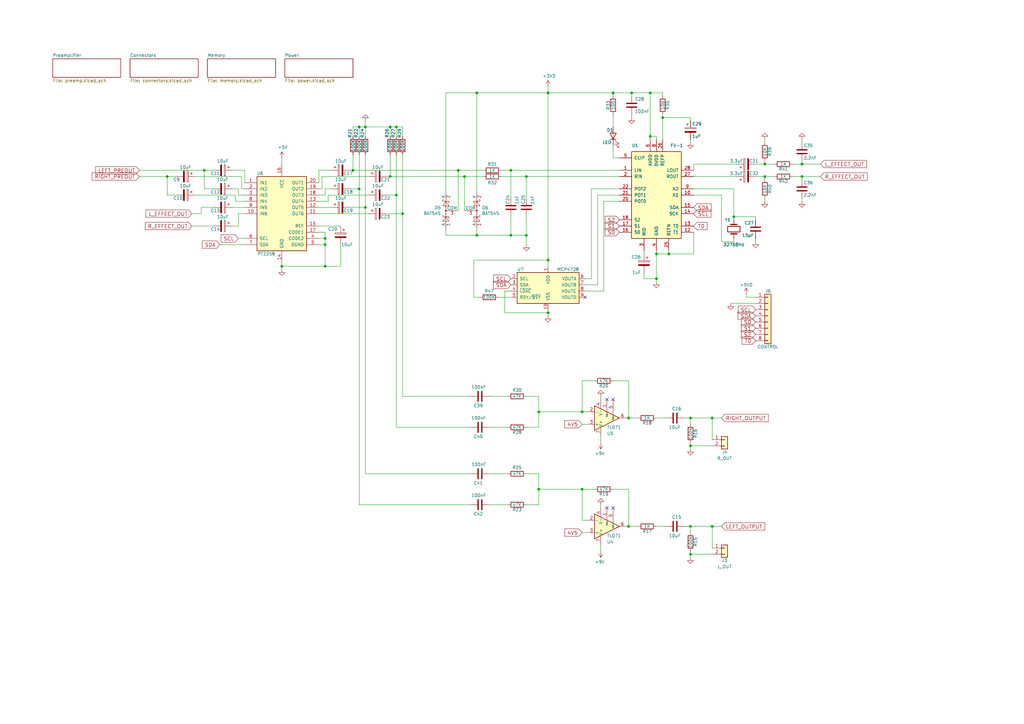
<source format=kicad_sch>
(kicad_sch (version 20250114) (generator "eeschema") (generator_version "9.0")
  (paper "A3")
  (lib_symbols
    (symbol "Amplifier_Operational:TL071" (pin_names (offset 0.127))
      (property "Reference" "U" (at 0 6.35 0))
      (property "Value" "TL071" (at 0 3.81 0))
      (symbol "TL071_1_1"
        (pin input line (at -7.62 2.54 0) (length 2.54) (name "+") (number "3"))
        (pin input line (at -7.62 -2.54 0) (length 2.54) (name "-") (number "2"))
        (pin power_in line (at -2.54 7.62 270) (length 3.81) (name "V+") (number "7"))
        (pin power_in line (at -2.54 -7.62 90) (length 3.81) (name "V-") (number "4"))
        (pin no_connect line (at 0 2.54 270) (length 2.54) (hide yes) (name "NC") (number "8"))
        (pin input line (at 0 -7.62 90) (length 5.08) (name "NULL") (number "1"))
        (pin input line (at 2.54 -7.62 90) (length 6.35) (name "NULL") (number "5"))
        (pin output line (at 7.62 0 180) (length 2.54) (name "~") (number "6"))
      )
    )
    (symbol "Analog_DAC:MCP4728" (pin_names (offset 1.016))
      (property "Reference" "U" (at -12.7 6.35 0))
      (property "Value" "MCP4728" (at 12.7 6.35 0))
      (symbol "MCP4728_1_1"
        (pin input line (at -15.24 2.54 0) (length 2.54) (name "SCL") (number "2"))
        (pin bidirectional line (at -15.24 0 0) (length 2.54) (name "SDA") (number "3"))
        (pin input line (at -15.24 -2.54 0) (length 2.54) (name "~{LDAC}") (number "4"))
        (pin output line (at -15.24 -5.08 0) (length 2.54) (name "RDY/~{BSY}") (number "5"))
        (pin power_in line (at 0 7.62 270) (length 2.54) (name "VDD") (number "1"))
        (pin power_in line (at 0 -10.16 90) (length 2.54) (name "VSS") (number "10"))
        (pin output line (at 15.24 2.54 180) (length 2.54) (name "VOUTA") (number "6"))
        (pin output line (at 15.24 0 180) (length 2.54) (name "VOUTB") (number "7"))
        (pin output line (at 15.24 -2.54 180) (length 2.54) (name "VOUTC") (number "8"))
        (pin output line (at 15.24 -5.08 180) (length 2.54) (name "VOUTD") (number "9"))
      )
    )
    (symbol "Audio:FV-1" (pin_names (offset 1.016))
      (property "Reference" "U" (at -8.89 19.05 0))
      (property "Value" "FV-1" (at 7.62 19.05 0))
      (symbol "FV-1_1_1"
        (pin power_out line (at -15.24 15.24 0) (length 5.08) (name "CLIP") (number "5"))
        (pin input line (at -15.24 10.16 0) (length 5.08) (name "LIN") (number "1"))
        (pin input line (at -15.24 7.62 0) (length 5.08) (name "RIN") (number "2"))
        (pin input line (at -15.24 2.54 0) (length 5.08) (name "POT2") (number "22"))
        (pin input line (at -15.24 0 0) (length 5.08) (name "POT1") (number "21"))
        (pin input line (at -15.24 -2.54 0) (length 5.08) (name "POT0") (number "20"))
        (pin input line (at -15.24 -10.16 0) (length 5.08) (name "S2") (number "18"))
        (pin input line (at -15.24 -12.7 0) (length 5.08) (name "S1") (number "17"))
        (pin input line (at -15.24 -15.24 0) (length 5.08) (name "S0") (number "16"))
        (pin power_out line (at -5.08 -22.86 90) (length 5.08) (name "MID") (number "3"))
        (pin power_in line (at -2.54 22.86 270) (length 5.08) (name "AVDD") (number "6"))
        (pin passive line (at 0 22.86 270) (length 5.08) (hide yes) (name "DVDD") (number "23"))
        (pin power_in line (at 0 22.86 270) (length 5.08) (name "DVDD") (number "8"))
        (pin passive line (at 0 -22.86 90) (length 5.08) (hide yes) (name "GND") (number "11"))
        (pin passive line (at 0 -22.86 90) (length 5.08) (hide yes) (name "GND") (number "19"))
        (pin passive line (at 0 -22.86 90) (length 5.08) (hide yes) (name "GND") (number "24"))
        (pin power_in line (at 0 -22.86 90) (length 5.08) (name "GND") (number "4"))
        (pin passive line (at 0 -22.86 90) (length 5.08) (hide yes) (name "GND") (number "7"))
        (pin input line (at 2.54 22.86 270) (length 5.08) (name "REFP") (number "26"))
        (pin input line (at 5.08 -22.86 90) (length 5.08) (name "REFN") (number "25"))
        (pin output line (at 15.24 10.16 180) (length 5.08) (name "LOUT") (number "28"))
        (pin output line (at 15.24 7.62 180) (length 5.08) (name "ROUT") (number "27"))
        (pin input line (at 15.24 2.54 180) (length 5.08) (name "X2") (number "9"))
        (pin input line (at 15.24 0 180) (length 5.08) (name "X1") (number "10"))
        (pin bidirectional line (at 15.24 -5.08 180) (length 5.08) (name "SDA") (number "15"))
        (pin bidirectional line (at 15.24 -7.62 180) (length 5.08) (name "SCK") (number "14"))
        (pin input line (at 15.24 -12.7 180) (length 5.08) (name "T0") (number "13"))
        (pin input line (at 15.24 -15.24 180) (length 5.08) (name "T1") (number "12"))
      )
    )
    (symbol "Connector_Generic:Conn_01x02" (pin_names (offset 1.016) (hide yes))
      (property "Reference" "J" (at 0 2.54 0))
      (property "Value" "Conn_01x02" (at 0 -5.08 0))
      (symbol "Conn_01x02_1_1"
        (pin passive line (at -5.08 0 0) (length 3.81) (name "Pin_1") (number "1"))
        (pin passive line (at -5.08 -2.54 0) (length 3.81) (name "Pin_2") (number "2"))
      )
    )
    (symbol "Connector_Generic:Conn_01x08" (pin_names (offset 1.016) (hide yes))
      (property "Reference" "J" (at 0 10.16 0))
      (property "Value" "Conn_01x08" (at 0 -12.7 0))
      (symbol "Conn_01x08_1_1"
        (pin passive line (at -5.08 7.62 0) (length 3.81) (name "Pin_1") (number "1"))
        (pin passive line (at -5.08 5.08 0) (length 3.81) (name "Pin_2") (number "2"))
        (pin passive line (at -5.08 2.54 0) (length 3.81) (name "Pin_3") (number "3"))
        (pin passive line (at -5.08 0 0) (length 3.81) (name "Pin_4") (number "4"))
        (pin passive line (at -5.08 -2.54 0) (length 3.81) (name "Pin_5") (number "5"))
        (pin passive line (at -5.08 -5.08 0) (length 3.81) (name "Pin_6") (number "6"))
        (pin passive line (at -5.08 -7.62 0) (length 3.81) (name "Pin_7") (number "7"))
        (pin passive line (at -5.08 -10.16 0) (length 3.81) (name "Pin_8") (number "8"))
      )
    )
    (symbol "Device:C" (pin_numbers (hide yes)) (pin_names (offset 0.254))
      (property "Reference" "C" (at 0.635 2.54 0))
      (property "Value" "C" (at 0.635 -2.54 0))
      (symbol "C_1_1"
        (pin passive line (at 0 3.81 270) (length 2.794) (name "~") (number "1"))
        (pin passive line (at 0 -3.81 90) (length 2.794) (name "~") (number "2"))
      )
    )
    (symbol "Device:C_Polarized" (pin_numbers (hide yes)) (pin_names (offset 0.254))
      (property "Reference" "C" (at 0.635 2.54 0))
      (property "Value" "C_Polarized" (at 0.635 -2.54 0))
      (symbol "C_Polarized_1_1"
        (pin passive line (at 0 3.81 270) (length 2.794) (name "~") (number "1"))
        (pin passive line (at 0 -3.81 90) (length 2.794) (name "~") (number "2"))
      )
    )
    (symbol "Device:Crystal" (pin_numbers (hide yes)) (pin_names (offset 1.016) (hide yes))
      (property "Reference" "Y" (at 0 3.81 0))
      (property "Value" "Crystal" (at 0 -3.81 0))
      (symbol "Crystal_1_1"
        (pin passive line (at -3.81 0 0) (length 1.27) (name "1") (number "1"))
        (pin passive line (at 3.81 0 180) (length 1.27) (name "2") (number "2"))
      )
    )
    (symbol "Device:LED" (pin_numbers (hide yes)) (pin_names (offset 1.016) (hide yes))
      (property "Reference" "D" (at 0 2.54 0))
      (property "Value" "LED" (at 0 -2.54 0))
      (symbol "LED_1_1"
        (pin passive line (at -3.81 0 0) (length 2.54) (name "K") (number "1"))
        (pin passive line (at 3.81 0 180) (length 2.54) (name "A") (number "2"))
      )
    )
    (symbol "Device:R" (pin_numbers (hide yes)) (pin_names (offset 0))
      (property "Reference" "R" (at 2.032 0 90))
      (property "Value" "R" (at 0 0 90))
      (symbol "R_1_1"
        (pin passive line (at 0 3.81 270) (length 1.27) (name "~") (number "1"))
        (pin passive line (at 0 -3.81 90) (length 1.27) (name "~") (number "2"))
      )
    )
    (symbol "Diode:BAT54S" (pin_names (offset 0))
      (property "Reference" "D" (at 2.54 -5.08 0))
      (property "Value" "BAT54S" (at -6.35 3.175 0))
      (symbol "BAT54S_1_1"
        (pin passive line (at -7.62 0 0) (length 3.81) (name "A") (number "1"))
        (pin passive line (at 0 -5.08 90) (length 5.08) (name "COM") (number "3"))
        (pin passive line (at 7.62 0 180) (length 3.81) (name "K") (number "2"))
      )
    )
    (symbol "power:+3V3" (power) (pin_names (offset 0))
      (property "Value" "+3V3" (at 0 3.556 0))
      (symbol "+3V3_1_1"
        (pin power_in line (at 0 0 90) (length 0) (hide yes) (name "+3V3") (number "1"))
      )
    )
    (symbol "power:+5V" (power) (pin_names (offset 0))
      (property "Value" "+5V" (at 0 3.556 0))
      (symbol "+5V_1_1"
        (pin power_in line (at 0 0 90) (length 0) (hide yes) (name "+5V") (number "1"))
      )
    )
    (symbol "power:+5VD" (power) (pin_names (offset 0))
      (property "Value" "+5VD" (at 0 3.556 0))
      (symbol "+5VD_1_1"
        (pin power_in line (at 0 0 90) (length 0) (hide yes) (name "+5VD") (number "1"))
      )
    )
    (symbol "power:+9V" (power) (pin_names (offset 0))
      (property "Value" "+9V" (at 0 3.556 0))
      (symbol "+9V_1_1"
        (pin power_in line (at 0 0 90) (length 0) (hide yes) (name "+9V") (number "1"))
      )
    )
    (symbol "power:GND" (power) (pin_names (offset 0))
      (property "Value" "GND" (at 0 -3.81 0))
      (symbol "GND_1_1"
        (pin power_in line (at 0 0 270) (length 0) (hide yes) (name "GND") (number "1"))
      )
    )
    (symbol "pt:PT2258" (pin_names (offset 1.016))
      (property "Reference" "IC" (at -8.89 20.32 0))
      (property "Value" "pt_PT2258" (at -6.35 -12.7 0))
      (property "Footprint" "SOP-20" (at 0 3.81 0))
      (symbol "PT2258_0_0"
        (pin power_in line (at 0 24.13 270) (length 5.08) (name "VCC") (number "16"))
        (pin power_in line (at 0 -16.51 90) (length 5.08) (name "GND") (number "14"))
      )
      (symbol "PT2258_1_1"
        (pin input line (at -15.24 16.51 0) (length 5.08) (name "IN1") (number "1"))
        (pin input line (at -15.24 13.97 0) (length 5.08) (name "IN2") (number "2"))
        (pin input line (at -15.24 11.43 0) (length 5.08) (name "IN3") (number "3"))
        (pin input line (at -15.24 8.89 0) (length 5.08) (name "IN4") (number "8"))
        (pin input line (at -15.24 6.35 0) (length 5.08) (name "IN5") (number "9"))
        (pin input line (at -15.24 3.81 0) (length 5.08) (name "IN6") (number "10"))
        (pin bidirectional line (at -15.24 -6.35 0) (length 5.08) (name "SCL") (number "6"))
        (pin bidirectional line (at -15.24 -8.89 0) (length 5.08) (name "SDA") (number "7"))
        (pin input line (at 15.24 16.51 180) (length 5.08) (name "OUT1") (number "20"))
        (pin input line (at 15.24 13.97 180) (length 5.08) (name "OUT2") (number "19"))
        (pin input line (at 15.24 11.43 180) (length 5.08) (name "OUT3") (number "18"))
        (pin input line (at 15.24 8.89 180) (length 5.08) (name "OUT4") (number "13"))
        (pin input line (at 15.24 6.35 180) (length 5.08) (name "OUT5") (number "12"))
        (pin input line (at 15.24 3.81 180) (length 5.08) (name "OUT6") (number "11"))
        (pin input line (at 15.24 -1.27 180) (length 5.08) (name "REF") (number "15"))
        (pin input line (at 15.24 -3.81 180) (length 5.08) (name "CODE1") (number "17"))
        (pin input line (at 15.24 -6.35 180) (length 5.08) (name "CODE2") (number "4"))
        (pin input line (at 15.24 -8.89 180) (length 5.08) (name "DGND") (number "5"))
      )
    )
  )
  (junction (at 313.69 67.31))
  (junction (at 160.02 72.39))
  (junction (at 269.24 114.3))
  (junction (at 165.1 87.63))
  (junction (at 144.78 69.85))
  (junction (at 68.58 72.39))
  (junction (at 328.93 72.39))
  (junction (at 209.55 69.85))
  (junction (at 149.86 52.07))
  (junction (at 133.35 109.22))
  (junction (at 266.7 55.88))
  (junction (at 160.02 52.07))
  (junction (at 149.86 85.09))
  (junction (at 283.21 182.88))
  (junction (at 162.56 80.01))
  (junction (at 115.57 109.22))
  (junction (at 215.9 96.52))
  (junction (at 300.99 88.9))
  (junction (at 224.79 38.1))
  (junction (at 328.93 67.31))
  (junction (at 257.81 171.45))
  (junction (at 269.24 104.14))
  (junction (at 292.1 171.45))
  (junction (at 257.81 215.9))
  (junction (at 292.1 215.9))
  (junction (at 251.46 38.1))
  (junction (at 195.58 96.52))
  (junction (at 266.7 38.1))
  (junction (at 271.78 48.26))
  (junction (at 220.98 200.66))
  (junction (at 209.55 96.52))
  (junction (at 283.21 215.9))
  (junction (at 83.82 69.85))
  (junction (at 238.76 200.66))
  (junction (at 195.58 38.1))
  (junction (at 313.69 72.39))
  (junction (at 133.35 100.33))
  (junction (at 162.56 52.07))
  (junction (at 187.96 69.85))
  (junction (at 220.98 168.91))
  (junction (at 215.9 72.39))
  (junction (at 147.32 77.47))
  (junction (at 274.32 104.14))
  (junction (at 224.79 128.27))
  (junction (at 259.08 38.1))
  (junction (at 224.79 106.68))
  (junction (at 283.21 227.33))
  (junction (at 133.35 97.79))
  (junction (at 238.76 168.91))
  (junction (at 190.5 72.39))
  (junction (at 147.32 52.07))
  (junction (at 283.21 171.45))
  (no_connect (at 240.03 121.92))
  (no_connect (at 248.92 208.28))
  (no_connect (at 251.46 163.83))
  (no_connect (at 248.92 163.83))
  (no_connect (at 251.46 208.28))
  (wire (pts (xy 328.93 67.31) (xy 328.93 66.04)))
  (wire (pts (xy 266.7 38.1) (xy 266.7 55.88)))
  (wire (pts (xy 80.01 72.39) (xy 99.06 72.39)))
  (wire (pts (xy 115.57 64.77) (xy 115.57 67.31)))
  (wire (pts (xy 132.08 77.47) (xy 130.81 77.47)))
  (wire (pts (xy 96.52 82.55) (xy 100.33 82.55)))
  (wire (pts (xy 284.48 67.31) (xy 284.48 69.85)))
  (wire (pts (xy 195.58 93.98) (xy 195.58 96.52)))
  (wire (pts (xy 200.66 175.26) (xy 208.28 175.26)))
  (wire (pts (xy 149.86 85.09) (xy 149.86 194.31)))
  (wire (pts (xy 283.21 171.45) (xy 283.21 173.99)))
  (wire (pts (xy 245.11 80.01) (xy 245.11 116.84)))
  (wire (pts (xy 313.69 57.15) (xy 313.69 58.42)))
  (wire (pts (xy 133.35 95.25) (xy 133.35 97.79)))
  (wire (pts (xy 257.81 156.21) (xy 257.81 171.45)))
  (wire (pts (xy 313.69 67.31) (xy 317.5 67.31)))
  (wire (pts (xy 243.84 156.21) (xy 238.76 156.21)))
  (wire (pts (xy 130.81 100.33) (xy 133.35 100.33)))
  (wire (pts (xy 266.7 38.1) (xy 271.78 38.1)))
  (wire (pts (xy 95.25 69.85) (xy 100.33 69.85)))
  (wire (pts (xy 238.76 200.66) (xy 220.98 200.66)))
  (wire (pts (xy 313.69 73.66) (xy 313.69 72.39)))
  (wire (pts (xy 264.16 102.87) (xy 264.16 104.14)))
  (wire (pts (xy 83.82 77.47) (xy 83.82 69.85)))
  (wire (pts (xy 269.24 102.87) (xy 269.24 104.14)))
  (wire (pts (xy 96.52 80.01) (xy 96.52 82.55)))
  (wire (pts (xy 269.24 104.14) (xy 269.24 114.3)))
  (wire (pts (xy 139.7 109.22) (xy 139.7 100.33)))
  (wire (pts (xy 292.1 171.45) (xy 283.21 171.45)))
  (wire (pts (xy 97.79 77.47) (xy 97.79 80.01)))
  (wire (pts (xy 261.62 171.45) (xy 257.81 171.45)))
  (wire (pts (xy 162.56 63.5) (xy 162.56 80.01)))
  (wire (pts (xy 264.16 114.3) (xy 264.16 111.76)))
  (wire (pts (xy 302.26 72.39) (xy 284.48 72.39)))
  (wire (pts (xy 195.58 96.52) (xy 209.55 96.52)))
  (wire (pts (xy 165.1 87.63) (xy 158.75 87.63)))
  (wire (pts (xy 309.88 72.39) (xy 313.69 72.39)))
  (wire (pts (xy 215.9 72.39) (xy 215.9 81.28)))
  (wire (pts (xy 130.81 69.85) (xy 130.81 74.93)))
  (wire (pts (xy 190.5 72.39) (xy 198.12 72.39)))
  (wire (pts (xy 269.24 104.14) (xy 274.32 104.14)))
  (wire (pts (xy 283.21 215.9) (xy 283.21 218.44)))
  (wire (pts (xy 284.48 104.14) (xy 274.32 104.14)))
  (wire (pts (xy 68.58 80.01) (xy 72.39 80.01)))
  (wire (pts (xy 200.66 207.01) (xy 208.28 207.01)))
  (wire (pts (xy 283.21 227.33) (xy 283.21 228.6)))
  (wire (pts (xy 325.12 72.39) (xy 328.93 72.39)))
  (wire (pts (xy 284.48 77.47) (xy 300.99 77.47)))
  (wire (pts (xy 328.93 67.31) (xy 336.55 67.31)))
  (wire (pts (xy 220.98 168.91) (xy 220.98 175.26)))
  (wire (pts (xy 95.25 92.71) (xy 97.79 92.71)))
  (wire (pts (xy 238.76 168.91) (xy 220.98 168.91)))
  (wire (pts (xy 241.3 218.44) (xy 238.76 218.44)))
  (wire (pts (xy 240.03 114.3) (xy 242.57 114.3)))
  (wire (pts (xy 224.79 38.1) (xy 251.46 38.1)))
  (wire (pts (xy 257.81 156.21) (xy 251.46 156.21)))
  (wire (pts (xy 254 82.55) (xy 247.65 82.55)))
  (wire (pts (xy 130.81 97.79) (xy 133.35 97.79)))
  (wire (pts (xy 283.21 182.88) (xy 283.21 184.15)))
  (wire (pts (xy 259.08 38.1) (xy 259.08 39.37)))
  (wire (pts (xy 215.9 162.56) (xy 220.98 162.56)))
  (wire (pts (xy 283.21 49.53) (xy 283.21 48.26)))
  (wire (pts (xy 187.96 86.36) (xy 187.96 69.85)))
  (wire (pts (xy 95.25 77.47) (xy 97.79 77.47)))
  (wire (pts (xy 133.35 100.33) (xy 133.35 109.22)))
  (wire (pts (xy 309.88 67.31) (xy 313.69 67.31)))
  (wire (pts (xy 147.32 207.01) (xy 193.04 207.01)))
  (wire (pts (xy 224.79 38.1) (xy 195.58 38.1)))
  (wire (pts (xy 300.99 77.47) (xy 300.99 88.9)))
  (wire (pts (xy 284.48 95.25) (xy 284.48 104.14)))
  (wire (pts (xy 165.1 52.07) (xy 165.1 55.88)))
  (wire (pts (xy 204.47 121.92) (xy 209.55 121.92)))
  (wire (pts (xy 149.86 85.09) (xy 143.51 85.09)))
  (wire (pts (xy 160.02 63.5) (xy 160.02 72.39)))
  (wire (pts (xy 147.32 63.5) (xy 147.32 77.47)))
  (wire (pts (xy 162.56 52.07) (xy 162.56 55.88)))
  (wire (pts (xy 162.56 52.07) (xy 165.1 52.07)))
  (wire (pts (xy 224.79 106.68) (xy 224.79 109.22)))
  (wire (pts (xy 284.48 80.01) (xy 295.91 80.01)))
  (wire (pts (xy 300.99 90.17) (xy 300.99 88.9)))
  (wire (pts (xy 271.78 39.37) (xy 271.78 38.1)))
  (wire (pts (xy 269.24 114.3) (xy 269.24 115.57)))
  (wire (pts (xy 134.62 80.01) (xy 134.62 82.55)))
  (wire (pts (xy 144.78 52.07) (xy 147.32 52.07)))
  (wire (pts (xy 160.02 52.07) (xy 160.02 55.88)))
  (wire (pts (xy 242.57 114.3) (xy 242.57 77.47)))
  (wire (pts (xy 300.99 99.06) (xy 300.99 97.79)))
  (wire (pts (xy 82.55 87.63) (xy 82.55 85.09)))
  (wire (pts (xy 328.93 72.39) (xy 328.93 73.66)))
  (wire (pts (xy 328.93 81.28) (xy 328.93 82.55)))
  (wire (pts (xy 292.1 182.88) (xy 283.21 182.88)))
  (wire (pts (xy 182.88 38.1) (xy 195.58 38.1)))
  (wire (pts (xy 295.91 80.01) (xy 295.91 99.06)))
  (wire (pts (xy 57.15 69.85) (xy 83.82 69.85)))
  (wire (pts (xy 261.62 215.9) (xy 257.81 215.9)))
  (wire (pts (xy 215.9 96.52) (xy 215.9 100.33)))
  (wire (pts (xy 269.24 171.45) (xy 273.05 171.45)))
  (wire (pts (xy 283.21 215.9) (xy 280.67 215.9)))
  (wire (pts (xy 283.21 48.26) (xy 271.78 48.26)))
  (wire (pts (xy 309.88 90.17) (xy 309.88 88.9)))
  (wire (pts (xy 257.81 200.66) (xy 257.81 215.9)))
  (wire (pts (xy 135.89 85.09) (xy 130.81 85.09)))
  (wire (pts (xy 241.3 168.91) (xy 238.76 168.91)))
  (wire (pts (xy 160.02 72.39) (xy 190.5 72.39)))
  (wire (pts (xy 292.1 215.9) (xy 283.21 215.9)))
  (wire (pts (xy 68.58 72.39) (xy 72.39 72.39)))
  (wire (pts (xy 240.03 116.84) (xy 245.11 116.84)))
  (wire (pts (xy 115.57 107.95) (xy 115.57 109.22)))
  (wire (pts (xy 220.98 162.56) (xy 220.98 168.91)))
  (wire (pts (xy 133.35 80.01) (xy 130.81 80.01)))
  (wire (pts (xy 215.9 194.31) (xy 220.98 194.31)))
  (wire (pts (xy 313.69 72.39) (xy 317.5 72.39)))
  (wire (pts (xy 130.81 92.71) (xy 139.7 92.71)))
  (wire (pts (xy 220.98 200.66) (xy 220.98 207.01)))
  (wire (pts (xy 162.56 80.01) (xy 158.75 80.01)))
  (wire (pts (xy 209.55 81.28) (xy 209.55 69.85)))
  (wire (pts (xy 284.48 67.31) (xy 302.26 67.31)))
  (wire (pts (xy 162.56 175.26) (xy 193.04 175.26)))
  (wire (pts (xy 149.86 52.07) (xy 160.02 52.07)))
  (wire (pts (xy 83.82 69.85) (xy 87.63 69.85)))
  (wire (pts (xy 246.38 162.56) (xy 246.38 163.83)))
  (wire (pts (xy 209.55 88.9) (xy 209.55 96.52)))
  (wire (pts (xy 257.81 171.45) (xy 256.54 171.45)))
  (wire (pts (xy 207.01 128.27) (xy 224.79 128.27)))
  (wire (pts (xy 133.35 109.22) (xy 139.7 109.22)))
  (wire (pts (xy 135.89 69.85) (xy 130.81 69.85)))
  (wire (pts (xy 200.66 194.31) (xy 208.28 194.31)))
  (wire (pts (xy 292.1 227.33) (xy 283.21 227.33)))
  (wire (pts (xy 295.91 99.06) (xy 300.99 99.06)))
  (wire (pts (xy 247.65 82.55) (xy 247.65 119.38)))
  (wire (pts (xy 147.32 77.47) (xy 143.51 77.47)))
  (wire (pts (xy 194.31 106.68) (xy 224.79 106.68)))
  (wire (pts (xy 259.08 46.99) (xy 259.08 48.26)))
  (wire (pts (xy 194.31 121.92) (xy 194.31 106.68)))
  (wire (pts (xy 205.74 69.85) (xy 209.55 69.85)))
  (wire (pts (xy 82.55 85.09) (xy 87.63 85.09)))
  (wire (pts (xy 246.38 207.01) (xy 246.38 208.28)))
  (wire (pts (xy 215.9 72.39) (xy 254 72.39)))
  (wire (pts (xy 57.15 72.39) (xy 68.58 72.39)))
  (wire (pts (xy 274.32 102.87) (xy 274.32 104.14)))
  (wire (pts (xy 190.5 86.36) (xy 190.5 72.39)))
  (wire (pts (xy 271.78 48.26) (xy 271.78 57.15)))
  (wire (pts (xy 83.82 77.47) (xy 87.63 77.47)))
  (wire (pts (xy 99.06 77.47) (xy 100.33 77.47)))
  (wire (pts (xy 220.98 207.01) (xy 215.9 207.01)))
  (wire (pts (xy 269.24 114.3) (xy 264.16 114.3)))
  (wire (pts (xy 207.01 119.38) (xy 207.01 128.27)))
  (wire (pts (xy 78.74 92.71) (xy 87.63 92.71)))
  (wire (pts (xy 313.69 66.04) (xy 313.69 67.31)))
  (wire (pts (xy 78.74 87.63) (xy 82.55 87.63)))
  (wire (pts (xy 313.69 81.28) (xy 313.69 82.55)))
  (wire (pts (xy 328.93 72.39) (xy 336.55 72.39)))
  (wire (pts (xy 295.91 171.45) (xy 292.1 171.45)))
  (wire (pts (xy 196.85 121.92) (xy 194.31 121.92)))
  (wire (pts (xy 325.12 67.31) (xy 328.93 67.31)))
  (wire (pts (xy 309.88 88.9) (xy 300.99 88.9)))
  (wire (pts (xy 115.57 109.22) (xy 115.57 110.49)))
  (wire (pts (xy 144.78 69.85) (xy 187.96 69.85)))
  (wire (pts (xy 220.98 194.31) (xy 220.98 200.66)))
  (wire (pts (xy 266.7 55.88) (xy 269.24 55.88)))
  (wire (pts (xy 135.89 77.47) (xy 133.35 77.47)))
  (wire (pts (xy 251.46 38.1) (xy 259.08 38.1)))
  (wire (pts (xy 242.57 77.47) (xy 254 77.47)))
  (wire (pts (xy 143.51 69.85) (xy 144.78 69.85)))
  (wire (pts (xy 224.79 128.27) (xy 224.79 129.54)))
  (wire (pts (xy 251.46 59.69) (xy 251.46 64.77)))
  (wire (pts (xy 259.08 38.1) (xy 266.7 38.1)))
  (wire (pts (xy 251.46 46.99) (xy 251.46 52.07)))
  (wire (pts (xy 95.25 85.09) (xy 100.33 85.09)))
  (wire (pts (xy 97.79 80.01) (xy 100.33 80.01)))
  (wire (pts (xy 224.79 128.27) (xy 224.79 127)))
  (wire (pts (xy 200.66 162.56) (xy 208.28 162.56)))
  (wire (pts (xy 292.1 224.79) (xy 292.1 215.9)))
  (wire (pts (xy 151.13 87.63) (xy 130.81 87.63)))
  (wire (pts (xy 133.35 77.47) (xy 133.35 80.01)))
  (wire (pts (xy 205.74 72.39) (xy 215.9 72.39)))
  (wire (pts (xy 251.46 39.37) (xy 251.46 38.1)))
  (wire (pts (xy 165.1 162.56) (xy 193.04 162.56)))
  (wire (pts (xy 209.55 69.85) (xy 254 69.85)))
  (wire (pts (xy 115.57 109.22) (xy 133.35 109.22)))
  (wire (pts (xy 238.76 213.36) (xy 238.76 200.66)))
  (wire (pts (xy 99.06 72.39) (xy 99.06 77.47)))
  (wire (pts (xy 241.3 213.36) (xy 238.76 213.36)))
  (wire (pts (xy 292.1 180.34) (xy 292.1 171.45)))
  (wire (pts (xy 238.76 168.91) (xy 238.76 156.21)))
  (wire (pts (xy 328.93 57.15) (xy 328.93 58.42)))
  (wire (pts (xy 165.1 63.5) (xy 165.1 87.63)))
  (wire (pts (xy 243.84 200.66) (xy 238.76 200.66)))
  (wire (pts (xy 182.88 96.52) (xy 195.58 96.52)))
  (wire (pts (xy 266.7 57.15) (xy 266.7 55.88)))
  (wire (pts (xy 220.98 175.26) (xy 215.9 175.26)))
  (wire (pts (xy 269.24 55.88) (xy 269.24 57.15)))
  (wire (pts (xy 133.35 97.79) (xy 133.35 100.33)))
  (wire (pts (xy 269.24 215.9) (xy 273.05 215.9)))
  (wire (pts (xy 309.88 97.79) (xy 309.88 99.06)))
  (wire (pts (xy 149.86 52.07) (xy 149.86 55.88)))
  (wire (pts (xy 224.79 35.56) (xy 224.79 38.1)))
  (wire (pts (xy 151.13 80.01) (xy 134.62 80.01)))
  (wire (pts (xy 209.55 119.38) (xy 207.01 119.38)))
  (wire (pts (xy 254 80.01) (xy 245.11 80.01)))
  (wire (pts (xy 144.78 55.88) (xy 144.78 52.07)))
  (wire (pts (xy 144.78 63.5) (xy 144.78 69.85)))
  (wire (pts (xy 97.79 97.79) (xy 100.33 97.79)))
  (wire (pts (xy 80.01 80.01) (xy 96.52 80.01)))
  (wire (pts (xy 182.88 78.74) (xy 182.88 38.1)))
  (wire (pts (xy 158.75 72.39) (xy 160.02 72.39)))
  (wire (pts (xy 147.32 55.88) (xy 147.32 52.07)))
  (wire (pts (xy 295.91 215.9) (xy 292.1 215.9)))
  (wire (pts (xy 187.96 69.85) (xy 198.12 69.85)))
  (wire (pts (xy 257.81 200.66) (xy 251.46 200.66)))
  (wire (pts (xy 149.86 194.31) (xy 193.04 194.31)))
  (wire (pts (xy 306.07 121.92) (xy 306.07 120.65)))
  (wire (pts (xy 68.58 80.01) (xy 68.58 72.39)))
  (wire (pts (xy 149.86 63.5) (xy 149.86 85.09)))
  (wire (pts (xy 224.79 106.68) (xy 224.79 38.1)))
  (wire (pts (xy 160.02 52.07) (xy 162.56 52.07)))
  (wire (pts (xy 147.32 77.47) (xy 147.32 207.01)))
  (wire (pts (xy 246.38 223.52) (xy 246.38 226.06)))
  (wire (pts (xy 257.81 215.9) (xy 256.54 215.9)))
  (wire (pts (xy 241.3 173.99) (xy 238.76 173.99)))
  (wire (pts (xy 283.21 181.61) (xy 283.21 182.88)))
  (wire (pts (xy 149.86 52.07) (xy 149.86 49.53)))
  (wire (pts (xy 182.88 93.98) (xy 182.88 96.52)))
  (wire (pts (xy 195.58 38.1) (xy 195.58 78.74)))
  (wire (pts (xy 162.56 80.01) (xy 162.56 175.26)))
  (wire (pts (xy 283.21 57.15) (xy 283.21 58.42)))
  (wire (pts (xy 240.03 119.38) (xy 247.65 119.38)))
  (wire (pts (xy 151.13 72.39) (xy 132.08 72.39)))
  (wire (pts (xy 209.55 96.52) (xy 215.9 96.52)))
  (wire (pts (xy 271.78 46.99) (xy 271.78 48.26)))
  (wire (pts (xy 97.79 87.63) (xy 100.33 87.63)))
  (wire (pts (xy 283.21 226.06) (xy 283.21 227.33)))
  (wire (pts (xy 134.62 82.55) (xy 130.81 82.55)))
  (wire (pts (xy 215.9 88.9) (xy 215.9 96.52)))
  (wire (pts (xy 165.1 87.63) (xy 165.1 162.56)))
  (wire (pts (xy 132.08 72.39) (xy 132.08 77.47)))
  (wire (pts (xy 283.21 171.45) (xy 280.67 171.45)))
  (wire (pts (xy 90.17 100.33) (xy 100.33 100.33)))
  (wire (pts (xy 251.46 64.77) (xy 254 64.77)))
  (wire (pts (xy 147.32 52.07) (xy 149.86 52.07)))
  (wire (pts (xy 246.38 179.07) (xy 246.38 181.61)))
  (wire (pts (xy 130.81 95.25) (xy 133.35 95.25)))
  (wire (pts (xy 100.33 69.85) (xy 100.33 74.93)))
  (wire (pts (xy 309.88 121.92) (xy 306.07 121.92)))
  (wire (pts (xy 299.72 124.46) (xy 309.88 124.46)))
  (wire (pts (xy 97.79 92.71) (xy 97.79 87.63)))
  (global_label "SCL" (shape input) (at 209.55 114.3 180) (effects (font (size 1.524 1.524))) (property "Intersheetrefs" "${INTERSHEET_REFS}" (effects (hide yes))) (property "Referencias entre hojas" "${INTERSHEET_REFS}" (effects (hide yes))))
  (global_label "SCL" (shape input) (at 97.79 97.79 180) (effects (font (size 1.524 1.524))) (property "Intersheetrefs" "${INTERSHEET_REFS}" (effects (hide yes))) (property "Referencias entre hojas" "${INTERSHEET_REFS}" (effects (hide yes))))
  (global_label "S2" (shape input) (at 254 90.17 180) (effects (font (size 1.524 1.524))) (property "Intersheetrefs" "${INTERSHEET_REFS}" (effects (hide yes))) (property "Referencias entre hojas" "${INTERSHEET_REFS}" (effects (hide yes))))
  (global_label "RIGHT_OUTPUT" (shape input) (at 295.91 171.45 0) (effects (font (size 1.524 1.524))) (property "Intersheetrefs" "${INTERSHEET_REFS}" (effects (hide yes))) (property "Referencias entre hojas" "${INTERSHEET_REFS}" (effects (hide yes))))
  (global_label "SCL" (shape input) (at 309.88 127 180) (effects (font (size 1.524 1.524))) (property "Intersheetrefs" "${INTERSHEET_REFS}" (effects (hide yes))) (property "Referencias entre hojas" "${INTERSHEET_REFS}" (effects (hide yes))))
  (global_label "LEFT_OUTPUT" (shape input) (at 295.91 215.9 0) (effects (font (size 1.524 1.524))) (property "Intersheetrefs" "${INTERSHEET_REFS}" (effects (hide yes))) (property "Referencias entre hojas" "${INTERSHEET_REFS}" (effects (hide yes))))
  (global_label "L_EFFECT_OUT" (shape input) (at 336.55 67.31 0) (effects (font (size 1.524 1.524))) (property "Intersheetrefs" "${INTERSHEET_REFS}" (effects (hide yes))) (property "Referencias entre hojas" "${INTERSHEET_REFS}" (effects (hide yes))))
  (global_label "S0" (shape input) (at 309.88 132.08 180) (effects (font (size 1.524 1.524))) (property "Intersheetrefs" "${INTERSHEET_REFS}" (effects (hide yes))) (property "Referencias entre hojas" "${INTERSHEET_REFS}" (effects (hide yes))))
  (global_label "RIGHT_PREOUT" (shape input) (at 57.15 72.39 180) (effects (font (size 1.524 1.524))) (property "Intersheetrefs" "${INTERSHEET_REFS}" (effects (hide yes))) (property "Referencias entre hojas" "${INTERSHEET_REFS}" (effects (hide yes))))
  (global_label "S0" (shape input) (at 254 95.25 180) (effects (font (size 1.524 1.524))) (property "Intersheetrefs" "${INTERSHEET_REFS}" (effects (hide yes))) (property "Referencias entre hojas" "${INTERSHEET_REFS}" (effects (hide yes))))
  (global_label "4V5" (shape input) (at 238.76 173.99 180) (effects (font (size 1.524 1.524))) (property "Intersheetrefs" "${INTERSHEET_REFS}" (effects (hide yes))) (property "Referencias entre hojas" "${INTERSHEET_REFS}" (effects (hide yes))))
  (global_label "T0" (shape input) (at 309.88 139.7 180) (effects (font (size 1.524 1.524))) (property "Intersheetrefs" "${INTERSHEET_REFS}" (effects (hide yes))) (property "Referencias entre hojas" "${INTERSHEET_REFS}" (effects (hide yes))))
  (global_label "SDA" (shape input) (at 284.48 85.09 0) (effects (font (size 1.524 1.524))) (property "Intersheetrefs" "${INTERSHEET_REFS}" (effects (hide yes))) (property "Referencias entre hojas" "${INTERSHEET_REFS}" (effects (hide yes))))
  (global_label "R_EFFECT_OUT" (shape input) (at 78.74 92.71 180) (effects (font (size 1.524 1.524))) (property "Intersheetrefs" "${INTERSHEET_REFS}" (effects (hide yes))) (property "Referencias entre hojas" "${INTERSHEET_REFS}" (effects (hide yes))))
  (global_label "SDA" (shape input) (at 309.88 129.54 180) (effects (font (size 1.524 1.524))) (property "Intersheetrefs" "${INTERSHEET_REFS}" (effects (hide yes))) (property "Referencias entre hojas" "${INTERSHEET_REFS}" (effects (hide yes))))
  (global_label "T0" (shape input) (at 284.48 92.71 0) (effects (font (size 1.524 1.524))) (property "Intersheetrefs" "${INTERSHEET_REFS}" (effects (hide yes))) (property "Referencias entre hojas" "${INTERSHEET_REFS}" (effects (hide yes))))
  (global_label "S1" (shape input) (at 309.88 134.62 180) (effects (font (size 1.524 1.524))) (property "Intersheetrefs" "${INTERSHEET_REFS}" (effects (hide yes))) (property "Referencias entre hojas" "${INTERSHEET_REFS}" (effects (hide yes))))
  (global_label "4V5" (shape input) (at 238.76 218.44 180) (effects (font (size 1.524 1.524))) (property "Intersheetrefs" "${INTERSHEET_REFS}" (effects (hide yes))) (property "Referencias entre hojas" "${INTERSHEET_REFS}" (effects (hide yes))))
  (global_label "SDA" (shape input) (at 209.55 116.84 180) (effects (font (size 1.524 1.524))) (property "Intersheetrefs" "${INTERSHEET_REFS}" (effects (hide yes))) (property "Referencias entre hojas" "${INTERSHEET_REFS}" (effects (hide yes))))
  (global_label "SDA" (shape input) (at 90.17 100.33 180) (effects (font (size 1.524 1.524))) (property "Intersheetrefs" "${INTERSHEET_REFS}" (effects (hide yes))) (property "Referencias entre hojas" "${INTERSHEET_REFS}" (effects (hide yes))))
  (global_label "SCL" (shape input) (at 284.48 87.63 0) (effects (font (size 1.524 1.524))) (property "Intersheetrefs" "${INTERSHEET_REFS}" (effects (hide yes))) (property "Referencias entre hojas" "${INTERSHEET_REFS}" (effects (hide yes))))
  (global_label "L_EFFECT_OUT" (shape input) (at 78.74 87.63 180) (effects (font (size 1.524 1.524))) (property "Intersheetrefs" "${INTERSHEET_REFS}" (effects (hide yes))) (property "Referencias entre hojas" "${INTERSHEET_REFS}" (effects (hide yes))))
  (global_label "S2" (shape input) (at 309.88 137.16 180) (effects (font (size 1.524 1.524))) (property "Intersheetrefs" "${INTERSHEET_REFS}" (effects (hide yes))) (property "Referencias entre hojas" "${INTERSHEET_REFS}" (effects (hide yes))))
  (global_label "R_EFFECT_OUT" (shape input) (at 336.55 72.39 0) (effects (font (size 1.524 1.524))) (property "Intersheetrefs" "${INTERSHEET_REFS}" (effects (hide yes))) (property "Referencias entre hojas" "${INTERSHEET_REFS}" (effects (hide yes))))
  (global_label "S1" (shape input) (at 254 92.71 180) (effects (font (size 1.524 1.524))) (property "Intersheetrefs" "${INTERSHEET_REFS}" (effects (hide yes))) (property "Referencias entre hojas" "${INTERSHEET_REFS}" (effects (hide yes))))
  (global_label "LEFT_PREOUT" (shape input) (at 57.15 69.85 180) (effects (font (size 1.524 1.524))) (property "Intersheetrefs" "${INTERSHEET_REFS}" (effects (hide yes))) (property "Referencias entre hojas" "${INTERSHEET_REFS}" (effects (hide yes))))
  (symbol (lib_id "Device:C") (at 209.55 85.09 0) (unit 1)
    (property "Reference" "C24" (at 208.28 83.82 90) (effects (justify left)))
    (property "Value" "1nF" (at 212.09 83.82 90) (effects (justify left)))
    (property "Footprint" "Capacitor_SMD:C_0805_2012Metric" (effects (hide yes)))
  )
  (symbol (lib_id "Device:C_Polarized") (at 264.16 107.95 0) (mirror y) (unit 1)
    (property "Reference" "C26" (at 262.89 105.41 0) (effects (justify left)))
    (property "Value" "1uF" (at 262.89 111.76 0) (effects (justify left)))
    (property "Footprint" "Capacitor_SMD:C_0805_2012Metric" (effects (hide yes)))
  )
  (symbol (lib_id "Device:C") (at 215.9 85.09 0) (unit 1)
    (property "Reference" "C25" (at 214.63 83.82 90) (effects (justify left)))
    (property "Value" "1nF" (at 218.44 83.82 90) (effects (justify left)))
    (property "Footprint" "Capacitor_SMD:C_0805_2012Metric" (effects (hide yes)))
  )
  (symbol (lib_id "power:GND") (at 215.9 100.33 0) (unit 1)
    (property "Reference" "#PWR028" (effects (hide yes)))
    (property "Value" "GND" (effects (hide yes)))
  )
  (symbol (lib_id "Device:Crystal") (at 300.99 93.98 90) (mirror x) (unit 1)
    (property "Reference" "Y1" (at 298.45 90.17 90))
    (property "Value" "32768Hz" (at 300.99 100.33 90))
    (property "Footprint" "Crystal:Crystal_SMD_3215-2Pin_3.2x1.5mm" (effects (hide yes)))
  )
  (symbol (lib_id "Device:R") (at 251.46 43.18 180) (unit 1)
    (property "Reference" "R33" (at 249.428 43.18 90))
    (property "Value" "100" (at 251.46 43.18 90))
    (property "Footprint" "Resistor_SMD:R_0805_2012Metric" (effects (hide yes)))
  )
  (symbol (lib_id "Device:C") (at 309.88 93.98 0) (mirror y) (unit 1)
    (property "Reference" "C27" (at 309.245 91.44 0) (effects (justify left)))
    (property "Value" "15pF" (at 309.245 96.52 0) (effects (justify left)))
    (property "Footprint" "Capacitor_SMD:C_0805_2012Metric" (effects (hide yes)))
  )
  (symbol (lib_id "power:GND") (at 309.88 99.06 0) (mirror y) (unit 1)
    (property "Reference" "#PWR029" (effects (hide yes)))
    (property "Value" "GND" (effects (hide yes)))
  )
  (symbol (lib_id "Device:C") (at 259.08 43.18 180) (unit 1)
    (property "Reference" "C28" (at 260.35 40.64 0) (effects (justify right)))
    (property "Value" "100nF" (at 260.35 45.72 0) (effects (justify right)))
    (property "Footprint" "Capacitor_SMD:C_0805_2012Metric" (effects (hide yes)))
  )
  (symbol (lib_id "Device:R") (at 313.69 62.23 0) (unit 1)
    (property "Reference" "R39" (at 315.722 62.23 90))
    (property "Value" "10K" (at 313.69 62.23 90))
    (property "Footprint" "Resistor_SMD:R_0805_2012Metric" (effects (hide yes)))
  )
  (symbol (lib_id "Device:R") (at 313.69 77.47 0) (unit 1)
    (property "Reference" "R40" (at 315.722 77.47 90))
    (property "Value" "10K" (at 313.69 77.47 90))
    (property "Footprint" "Resistor_SMD:R_0805_2012Metric" (effects (hide yes)))
  )
  (symbol (lib_id "Device:R") (at 321.31 67.31 270) (unit 1)
    (property "Reference" "R41" (at 321.31 69.342 90))
    (property "Value" "1K" (at 321.31 67.31 90))
    (property "Footprint" "Resistor_SMD:R_0805_2012Metric" (effects (hide yes)))
  )
  (symbol (lib_id "Device:R") (at 321.31 72.39 270) (unit 1)
    (property "Reference" "R42" (at 321.31 74.422 90))
    (property "Value" "1K" (at 321.31 72.39 90))
    (property "Footprint" "Resistor_SMD:R_0805_2012Metric" (effects (hide yes)))
  )
  (symbol (lib_id "Device:C_Polarized") (at 306.07 67.31 90) (unit 1)
    (property "Reference" "C31" (at 311.15 66.04 90) (effects (justify left)))
    (property "Value" "3.3uF" (at 304.8 66.04 90) (effects (justify left)))
    (property "Footprint" "Capacitor_SMD:C_0805_2012Metric" (effects (hide yes)))
  )
  (symbol (lib_id "Device:C_Polarized") (at 306.07 72.39 90) (unit 1)
    (property "Reference" "C32" (at 311.15 71.12 90) (effects (justify left)))
    (property "Value" "3.3uF" (at 304.8 71.12 90) (effects (justify left)))
    (property "Footprint" "Capacitor_SMD:C_0805_2012Metric" (effects (hide yes)))
  )
  (symbol (lib_id "Device:C") (at 328.93 62.23 0) (unit 1)
    (property "Reference" "C35" (at 329.565 59.69 0) (effects (justify left)))
    (property "Value" "2.2nF" (at 329.565 64.77 0) (effects (justify left)))
    (property "Footprint" "Capacitor_SMD:C_0805_2012Metric" (effects (hide yes)))
  )
  (symbol (lib_id "Device:C") (at 328.93 77.47 0) (unit 1)
    (property "Reference" "C36" (at 329.565 74.93 0) (effects (justify left)))
    (property "Value" "2.2nF" (at 329.565 80.01 0) (effects (justify left)))
    (property "Footprint" "Capacitor_SMD:C_0805_2012Metric" (effects (hide yes)))
  )
  (symbol (lib_id "power:GND") (at 313.69 82.55 0) (unit 1)
    (property "Reference" "#PWR038" (effects (hide yes)))
    (property "Value" "GND" (effects (hide yes)))
  )
  (symbol (lib_id "power:GND") (at 328.93 82.55 0) (unit 1)
    (property "Reference" "#PWR040" (effects (hide yes)))
    (property "Value" "GND" (effects (hide yes)))
  )
  (symbol (lib_id "Device:C_Polarized") (at 283.21 53.34 0) (unit 1)
    (property "Reference" "C29" (at 283.845 50.8 0) (effects (justify left)))
    (property "Value" "1uF" (at 283.845 55.88 0) (effects (justify left)))
    (property "Footprint" "Capacitor_SMD:C_0805_2012Metric" (effects (hide yes)))
  )
  (symbol (lib_id "Device:R") (at 271.78 43.18 0) (unit 1)
    (property "Reference" "R35" (at 273.812 43.18 90))
    (property "Value" "100" (at 271.78 43.18 90))
    (property "Footprint" "Resistor_SMD:R_0805_2012Metric" (effects (hide yes)))
  )
  (symbol (lib_id "Device:R") (at 201.93 69.85 270) (unit 1)
    (property "Reference" "R31" (at 201.93 67.31 90))
    (property "Value" "1K" (at 201.93 69.85 90))
    (property "Footprint" "Resistor_SMD:R_0805_2012Metric" (effects (hide yes)))
  )
  (symbol (lib_id "Device:R") (at 201.93 72.39 270) (unit 1)
    (property "Reference" "R32" (at 201.93 74.93 90))
    (property "Value" "1K" (at 201.93 72.39 90))
    (property "Footprint" "Resistor_SMD:R_0805_2012Metric" (effects (hide yes)))
  )
  (symbol (lib_id "Amplifier_Operational:TL071") (at 248.92 215.9 0) (mirror x) (unit 1)
    (property "Reference" "U4" (at 248.92 222.25 0) (effects (justify left)))
    (property "Value" "TL071" (at 248.92 219.71 0) (effects (justify left)))
    (property "Footprint" "Package_SO:SOIC-8_3.9x4.9mm_P1.27mm" (effects (hide yes)))
  )
  (symbol (lib_id "Device:R") (at 283.21 222.25 0) (unit 1)
    (property "Reference" "R15" (at 285.242 222.25 90))
    (property "Value" "100K" (at 283.21 222.25 90))
    (property "Footprint" "Resistor_SMD:R_0805_2012Metric" (effects (hide yes)))
  )
  (symbol (lib_id "Device:R") (at 265.43 215.9 270) (unit 1)
    (property "Reference" "R17" (at 265.43 217.932 90))
    (property "Value" "1K" (at 265.43 215.9 90))
    (property "Footprint" "Resistor_SMD:R_0805_2012Metric" (effects (hide yes)))
  )
  (symbol (lib_id "power:GND") (at 283.21 228.6 0) (unit 1)
    (property "Reference" "#PWR015" (effects (hide yes)))
    (property "Value" "GND" (effects (hide yes)))
  )
  (symbol (lib_id "power:GND") (at 246.38 207.01 0) (mirror x) (unit 1)
    (property "Reference" "#PWR020" (effects (hide yes)))
    (property "Value" "GND" (effects (hide yes)))
  )
  (symbol (lib_id "Device:C") (at 276.86 215.9 270) (unit 1)
    (property "Reference" "C15" (at 275.59 212.09 90) (effects (justify left)))
    (property "Value" "10uF" (at 274.32 219.71 90) (effects (justify left)))
    (property "Footprint" "Capacitor_SMD:C_0805_2012Metric" (effects (hide yes)))
  )
  (symbol (lib_id "pt:PT2258") (at 115.57 91.44 0) (unit 1)
    (property "Reference" "U6" (at 106.68 71.12 0))
    (property "Value" "PT2258" (at 109.22 104.14 0))
    (property "Footprint" "Package_SO:SO-20_12.8x7.5mm_P1.27mm" (effects (hide yes)))
  )
  (symbol (lib_id "Device:C_Polarized") (at 91.44 69.85 270) (unit 1)
    (property "Reference" "C11" (at 86.36 71.12 90) (effects (justify left)))
    (property "Value" "10uF" (at 88.9 66.04 90) (effects (justify left)))
    (property "Footprint" "Capacitor_SMD:C_0805_2012Metric" (effects (hide yes)))
  )
  (symbol (lib_id "Device:C_Polarized") (at 76.2 72.39 270) (unit 1)
    (property "Reference" "C9" (at 71.12 73.66 90) (effects (justify left)))
    (property "Value" "10uF" (at 73.66 68.58 90) (effects (justify left)))
    (property "Footprint" "Capacitor_SMD:C_0805_2012Metric" (effects (hide yes)))
  )
  (symbol (lib_id "Device:C_Polarized") (at 91.44 77.47 270) (unit 1)
    (property "Reference" "C12" (at 86.36 78.74 90) (effects (justify left)))
    (property "Value" "10uF" (at 88.9 73.66 90) (effects (justify left)))
    (property "Footprint" "Capacitor_SMD:C_0805_2012Metric" (effects (hide yes)))
  )
  (symbol (lib_id "Device:C_Polarized") (at 76.2 80.01 270) (unit 1)
    (property "Reference" "C10" (at 71.12 81.28 90) (effects (justify left)))
    (property "Value" "10uF" (at 73.66 76.2 90) (effects (justify left)))
    (property "Footprint" "Capacitor_SMD:C_0805_2012Metric" (effects (hide yes)))
  )
  (symbol (lib_id "Device:C_Polarized") (at 91.44 85.09 270) (unit 1)
    (property "Reference" "C13" (at 86.36 86.36 90) (effects (justify left)))
    (property "Value" "10uF" (at 88.9 81.28 90) (effects (justify left)))
    (property "Footprint" "Capacitor_SMD:C_0805_2012Metric" (effects (hide yes)))
  )
  (symbol (lib_id "Device:C_Polarized") (at 91.44 92.71 270) (unit 1)
    (property "Reference" "C14" (at 86.36 93.98 90) (effects (justify left)))
    (property "Value" "10uF" (at 88.9 88.9 90) (effects (justify left)))
    (property "Footprint" "Capacitor_SMD:C_0805_2012Metric" (effects (hide yes)))
  )
  (symbol (lib_id "Device:C_Polarized") (at 139.7 69.85 90) (mirror x) (unit 1)
    (property "Reference" "C17" (at 144.78 71.12 90) (effects (justify left)))
    (property "Value" "10uF" (at 142.24 66.04 90) (effects (justify left)))
    (property "Footprint" "Capacitor_SMD:C_0805_2012Metric" (effects (hide yes)))
  )
  (symbol (lib_id "Device:C_Polarized") (at 154.94 72.39 90) (mirror x) (unit 1)
    (property "Reference" "C21" (at 160.02 73.66 90) (effects (justify left)))
    (property "Value" "10uF" (at 157.48 68.58 90) (effects (justify left)))
    (property "Footprint" "Capacitor_SMD:C_0805_2012Metric" (effects (hide yes)))
  )
  (symbol (lib_id "Device:C_Polarized") (at 139.7 77.47 90) (mirror x) (unit 1)
    (property "Reference" "C18" (at 144.78 78.74 90) (effects (justify left)))
    (property "Value" "10uF" (at 142.24 73.66 90) (effects (justify left)))
    (property "Footprint" "Capacitor_SMD:C_0805_2012Metric" (effects (hide yes)))
  )
  (symbol (lib_id "Device:C_Polarized") (at 154.94 80.01 90) (mirror x) (unit 1)
    (property "Reference" "C22" (at 160.02 81.28 90) (effects (justify left)))
    (property "Value" "10uF" (at 157.48 76.2 90) (effects (justify left)))
    (property "Footprint" "Capacitor_SMD:C_0805_2012Metric" (effects (hide yes)))
  )
  (symbol (lib_id "Device:C_Polarized") (at 139.7 85.09 90) (mirror x) (unit 1)
    (property "Reference" "C19" (at 144.78 86.36 90) (effects (justify left)))
    (property "Value" "10uF" (at 142.24 81.28 90) (effects (justify left)))
    (property "Footprint" "Capacitor_SMD:C_0805_2012Metric" (effects (hide yes)))
  )
  (symbol (lib_id "Device:C_Polarized") (at 154.94 87.63 90) (mirror x) (unit 1)
    (property "Reference" "C23" (at 160.02 88.9 90) (effects (justify left)))
    (property "Value" "10uF" (at 157.48 83.82 90) (effects (justify left)))
    (property "Footprint" "Capacitor_SMD:C_0805_2012Metric" (effects (hide yes)))
  )
  (symbol (lib_id "power:GND") (at 313.69 57.15 0) (mirror x) (unit 1)
    (property "Reference" "#PWR037" (effects (hide yes)))
    (property "Value" "GND" (effects (hide yes)))
  )
  (symbol (lib_id "power:GND") (at 328.93 57.15 0) (mirror x) (unit 1)
    (property "Reference" "#PWR039" (effects (hide yes)))
    (property "Value" "GND" (effects (hide yes)))
  )
  (symbol (lib_id "power:GND") (at 115.57 110.49 0) (unit 1)
    (property "Reference" "#PWR018" (effects (hide yes)))
    (property "Value" "GND" (effects (hide yes)))
  )
  (symbol (lib_id "Device:R") (at 165.1 59.69 0) (unit 1)
    (property "Reference" "R29" (at 163.83 54.61 90))
    (property "Value" "100K" (at 165.1 59.69 90))
    (property "Footprint" "Resistor_SMD:R_0805_2012Metric" (effects (hide yes)))
  )
  (symbol (lib_id "Device:R") (at 162.56 59.69 0) (unit 1)
    (property "Reference" "R27" (at 161.29 54.61 90))
    (property "Value" "100K" (at 162.56 59.69 90))
    (property "Footprint" "Resistor_SMD:R_0805_2012Metric" (effects (hide yes)))
  )
  (symbol (lib_id "Device:R") (at 160.02 59.69 0) (unit 1)
    (property "Reference" "R26" (at 158.75 54.61 90))
    (property "Value" "100K" (at 160.02 59.69 90))
    (property "Footprint" "Resistor_SMD:R_0805_2012Metric" (effects (hide yes)))
  )
  (symbol (lib_id "Device:R") (at 149.86 59.69 0) (unit 1)
    (property "Reference" "R24" (at 148.59 54.61 90))
    (property "Value" "100K" (at 149.86 59.69 90))
    (property "Footprint" "Resistor_SMD:R_0805_2012Metric" (effects (hide yes)))
  )
  (symbol (lib_id "Device:R") (at 147.32 59.69 0) (unit 1)
    (property "Reference" "R22" (at 146.05 54.61 90))
    (property "Value" "100K" (at 147.32 59.69 90))
    (property "Footprint" "Resistor_SMD:R_0805_2012Metric" (effects (hide yes)))
  )
  (symbol (lib_id "Device:R") (at 144.78 59.69 0) (unit 1)
    (property "Reference" "R21" (at 143.51 54.61 90))
    (property "Value" "100K" (at 144.78 59.69 90))
    (property "Footprint" "Resistor_SMD:R_0805_2012Metric" (effects (hide yes)))
  )
  (symbol (lib_id "Device:R") (at 247.65 200.66 270) (unit 1)
    (property "Reference" "R19" (at 247.65 202.692 90))
    (property "Value" "47K" (at 247.65 200.66 90))
    (property "Footprint" "Resistor_SMD:R_0805_2012Metric" (effects (hide yes)))
  )
  (symbol (lib_id "Device:R") (at 212.09 207.01 90) (mirror x) (unit 1)
    (property "Reference" "R23" (at 212.09 209.042 90))
    (property "Value" "47K" (at 212.09 207.01 90))
    (property "Footprint" "Resistor_SMD:R_0805_2012Metric" (effects (hide yes)))
  )
  (symbol (lib_id "Device:R") (at 212.09 194.31 90) (mirror x) (unit 1)
    (property "Reference" "R25" (at 212.09 191.77 90))
    (property "Value" "47K" (at 212.09 194.31 90))
    (property "Footprint" "Resistor_SMD:R_0805_2012Metric" (effects (hide yes)))
  )
  (symbol (lib_id "Amplifier_Operational:TL071") (at 248.92 171.45 0) (mirror x) (unit 1)
    (property "Reference" "U5" (at 248.92 177.8 0) (effects (justify left)))
    (property "Value" "TL071" (at 248.92 175.26 0) (effects (justify left)))
    (property "Footprint" "Package_SO:SOIC-8_3.9x4.9mm_P1.27mm" (effects (hide yes)))
  )
  (symbol (lib_id "Device:R") (at 283.21 177.8 0) (unit 1)
    (property "Reference" "R16" (at 285.242 177.8 90))
    (property "Value" "100K" (at 283.21 177.8 90))
    (property "Footprint" "Resistor_SMD:R_0805_2012Metric" (effects (hide yes)))
  )
  (symbol (lib_id "Device:R") (at 265.43 171.45 270) (unit 1)
    (property "Reference" "R18" (at 265.43 173.482 90))
    (property "Value" "1K" (at 265.43 171.45 90))
    (property "Footprint" "Resistor_SMD:R_0805_2012Metric" (effects (hide yes)))
  )
  (symbol (lib_id "power:GND") (at 246.38 162.56 0) (mirror x) (unit 1)
    (property "Reference" "#PWR023" (effects (hide yes)))
    (property "Value" "GND" (effects (hide yes)))
  )
  (symbol (lib_id "Device:C") (at 276.86 171.45 270) (unit 1)
    (property "Reference" "C16" (at 275.59 167.64 90) (effects (justify left)))
    (property "Value" "10uF" (at 274.32 175.26 90) (effects (justify left)))
    (property "Footprint" "Capacitor_SMD:C_0805_2012Metric" (effects (hide yes)))
  )
  (symbol (lib_id "power:GND") (at 283.21 184.15 0) (unit 1)
    (property "Reference" "#PWR016" (effects (hide yes)))
    (property "Value" "GND" (effects (hide yes)))
  )
  (symbol (lib_id "Device:R") (at 247.65 156.21 270) (unit 1)
    (property "Reference" "R20" (at 247.65 158.242 90))
    (property "Value" "47K" (at 247.65 156.21 90))
    (property "Footprint" "Resistor_SMD:R_0805_2012Metric" (effects (hide yes)))
  )
  (symbol (lib_id "Device:R") (at 212.09 175.26 270) (unit 1)
    (property "Reference" "R28" (at 212.09 177.292 90))
    (property "Value" "47K" (at 212.09 175.26 90))
    (property "Footprint" "Resistor_SMD:R_0805_2012Metric" (effects (hide yes)))
  )
  (symbol (lib_id "Device:R") (at 212.09 162.56 270) (unit 1)
    (property "Reference" "R30" (at 212.09 160.02 90))
    (property "Value" "47K" (at 212.09 162.56 90))
    (property "Footprint" "Resistor_SMD:R_0805_2012Metric" (effects (hide yes)))
  )
  (symbol (lib_id "Device:C_Polarized") (at 139.7 96.52 0) (mirror y) (unit 1)
    (property "Reference" "C20" (at 138.43 93.98 0) (effects (justify left)))
    (property "Value" "10uF" (at 144.78 100.33 0) (effects (justify left)))
    (property "Footprint" "Capacitor_SMD:C_0805_2012Metric" (effects (hide yes)))
  )
  (symbol (lib_id "Device:C") (at 196.85 162.56 90) (unit 1)
    (property "Reference" "C39" (at 198.12 166.37 90) (effects (justify left)))
    (property "Value" "100nF" (at 199.39 158.75 90) (effects (justify left)))
    (property "Footprint" "Capacitor_SMD:C_0805_2012Metric" (effects (hide yes)))
  )
  (symbol (lib_id "Device:C") (at 196.85 175.26 90) (unit 1)
    (property "Reference" "C40" (at 198.12 179.07 90) (effects (justify left)))
    (property "Value" "100nF" (at 199.39 171.45 90) (effects (justify left)))
    (property "Footprint" "Capacitor_SMD:C_0805_2012Metric" (effects (hide yes)))
  )
  (symbol (lib_id "Device:LED") (at 251.46 55.88 90) (unit 1)
    (property "Reference" "D1" (at 250.19 53.34 90))
    (property "Value" "LED" (at 248.92 58.42 90))
    (property "Footprint" "Connector_Wire:SolderWire-0.75sqmm_1x02_P4.8mm_D1.25mm_OD2.3mm" (effects (hide yes)))
  )
  (symbol (lib_id "Device:C") (at 196.85 194.31 90) (unit 1)
    (property "Reference" "C41" (at 198.12 198.12 90) (effects (justify left)))
    (property "Value" "100nF" (at 199.39 190.5 90) (effects (justify left)))
    (property "Footprint" "Capacitor_SMD:C_0805_2012Metric" (effects (hide yes)))
  )
  (symbol (lib_id "Device:C") (at 196.85 207.01 90) (unit 1)
    (property "Reference" "C42" (at 198.12 210.82 90) (effects (justify left)))
    (property "Value" "100nF" (at 199.39 203.2 90) (effects (justify left)))
    (property "Footprint" "Capacitor_SMD:C_0805_2012Metric" (effects (hide yes)))
  )
  (symbol (lib_id "Connector_Generic:Conn_01x08") (at 314.96 129.54 0) (unit 1)
    (property "Reference" "J6" (at 316.23 119.38 0) (effects (justify right)))
    (property "Value" "CONTROL" (at 314.96 142.24 0))
    (property "Footprint" "Connector_JST:JST_PH_B8B-PH-K_1x08_P2.00mm_Vertical" (effects (hide yes)))
  )
  (symbol (lib_id "power:GND") (at 149.86 49.53 180) (unit 1)
    (property "Reference" "#PWR0102" (effects (hide yes)))
    (property "Value" "GND" (effects (hide yes)))
  )
  (symbol (lib_id "power:+5VD") (at 306.07 120.65 0) (unit 1)
    (property "Reference" "#PWR0114" (effects (hide yes)))
    (property "Value" "+5VD" (at 306.07 116.84 0))
  )
  (symbol (lib_id "power:+9V") (at 246.38 181.61 180) (unit 1)
    (property "Reference" "#PWR0113" (effects (hide yes)))
    (property "Value" "+9V" (at 245.999 186.0042 0))
  )
  (symbol (lib_id "Connector_Generic:Conn_01x02") (at 297.18 180.34 0) (unit 1)
    (property "Reference" "J4" (at 297.18 185.42 0))
    (property "Value" "R_OUT" (at 297.18 187.96 0))
    (property "Footprint" "Connector_Wire:SolderWire-0.75sqmm_1x02_P4.8mm_D1.25mm_OD2.3mm" (effects (hide yes)))
  )
  (symbol (lib_id "Connector_Generic:Conn_01x02") (at 297.18 224.79 0) (unit 1)
    (property "Reference" "J3" (at 297.18 229.87 0))
    (property "Value" "L_OUT" (at 297.18 232.41 0))
    (property "Footprint" "Connector_Wire:SolderWire-0.75sqmm_1x02_P4.8mm_D1.25mm_OD2.3mm" (effects (hide yes)))
  )
  (symbol (lib_id "Device:R") (at 200.66 121.92 270) (unit 1)
    (property "Reference" "R47" (at 200.66 119.38 90))
    (property "Value" "100K" (at 200.66 121.92 90))
    (property "Footprint" "Resistor_SMD:R_0805_2012Metric" (effects (hide yes)))
  )
  (symbol (lib_id "Diode:BAT54S") (at 195.58 86.36 270) (mirror x) (unit 1)
    (property "Reference" "D6" (at 197.612 85.1916 90) (effects (justify left)))
    (property "Value" "BAT54S" (at 197.612 87.503 90) (effects (justify left)))
    (property "Footprint" "Package_TO_SOT_SMD:SOT-23" (effects (hide yes)))
  )
  (symbol (lib_id "Diode:BAT54S") (at 182.88 86.36 90) (unit 1)
    (property "Reference" "D5" (at 180.848 85.1916 90) (effects (justify left)))
    (property "Value" "BAT54S" (at 180.848 87.503 90) (effects (justify left)))
    (property "Footprint" "Package_TO_SOT_SMD:SOT-23" (effects (hide yes)))
  )
  (symbol (lib_id "power:+5V") (at 115.57 64.77 0) (unit 1)
    (property "Reference" "#PWR08" (effects (hide yes)))
    (property "Value" "+5V" (at 115.951 60.3758 0))
  )
  (symbol (lib_id "power:+3V3") (at 224.79 35.56 0) (unit 1)
    (property "Reference" "#PWR012" (effects (hide yes)))
    (property "Value" "+3V3" (at 225.171 31.1658 0))
  )
  (symbol (lib_id "power:+9V") (at 246.38 226.06 180) (unit 1)
    (property "Reference" "#PWR011" (effects (hide yes)))
    (property "Value" "+9V" (at 245.999 230.4542 0))
  )
  (symbol (lib_id "power:GND") (at 299.72 124.46 0) (unit 1)
    (property "Reference" "#PWR047" (effects (hide yes)))
    (property "Value" "GND" (effects (hide yes)))
  )
  (symbol (lib_id "Audio:FV-1") (at 269.24 80.01 0) (unit 1)
    (property "Reference" "U1" (at 259.08 59.69 0) (effects (justify left)))
    (property "Value" "FV-1" (at 275.0059 59.69 0) (effects (justify left)))
    (property "Footprint" "Package_SO:SOIC-28W_7.5x17.9mm_P1.27mm" (effects (hide yes)))
    (property "Datasheet" "http://www.spinsemi.com/Products/datasheets/spn1001/FV-1.pdf" (effects (hide yes)))
  )
  (symbol (lib_id "power:GND") (at 259.08 48.26 0) (unit 1)
    (property "Reference" "#PWR09" (effects (hide yes)))
    (property "Value" "GND" (effects (hide yes)))
  )
  (symbol (lib_id "power:GND") (at 224.79 129.54 0) (unit 1)
    (property "Reference" "#PWR019" (effects (hide yes)))
    (property "Value" "GND" (effects (hide yes)))
  )
  (symbol (lib_id "power:GND") (at 283.21 58.42 0) (unit 1)
    (property "Reference" "#PWR022" (effects (hide yes)))
    (property "Value" "GND" (effects (hide yes)))
  )
  (symbol (lib_id "Analog_DAC:MCP4728") (at 224.79 116.84 0) (unit 1)
    (property "Reference" "U7" (at 212.09 110.49 0) (effects (justify left)))
    (property "Value" "MCP4728" (at 237.49 110.49 0) (effects (justify right)))
    (property "Footprint" "Package_SO:MSOP-10_3x3mm_P0.5mm" (effects (hide yes)))
  )
  (symbol (lib_id "power:GND") (at 269.24 115.57 0) (unit 1)
    (property "Reference" "#PWR017" (effects (hide yes)))
    (property "Value" "GND" (effects (hide yes)))
  )
  (sheet (at 21.59 24.13) (size 27.94 7.62)
    (property "Sheetname" "Preamplifier" (at 21.59 23.4184 0) (effects (justify left bottom)))
    (property "Sheetfile" "preamp.kicad_sch" (at 21.59 32.3346 0) (effects (justify left top)))
  )
  (sheet (at 85.09 24.13) (size 27.94 7.62)
    (property "Sheetname" "Memory" (at 85.09 23.4184 0) (effects (justify left bottom)))
    (property "Sheetfile" "memory.kicad_sch" (at 85.09 32.3346 0) (effects (justify left top)))
  )
  (sheet (at 53.34 24.13) (size 27.94 7.62)
    (property "Sheetname" "Connectors" (at 53.34 23.4184 0) (effects (justify left bottom)))
    (property "Sheetfile" "connectors.kicad_sch" (at 53.34 32.3346 0) (effects (justify left top)))
  )
  (sheet (at 116.84 24.13) (size 27.94 7.62)
    (property "Sheetname" "Power" (at 116.84 23.4184 0) (effects (justify left bottom)))
    (property "Sheetfile" "power.kicad_sch" (at 116.84 32.3346 0) (effects (justify left top)))
  )
)
</source>
